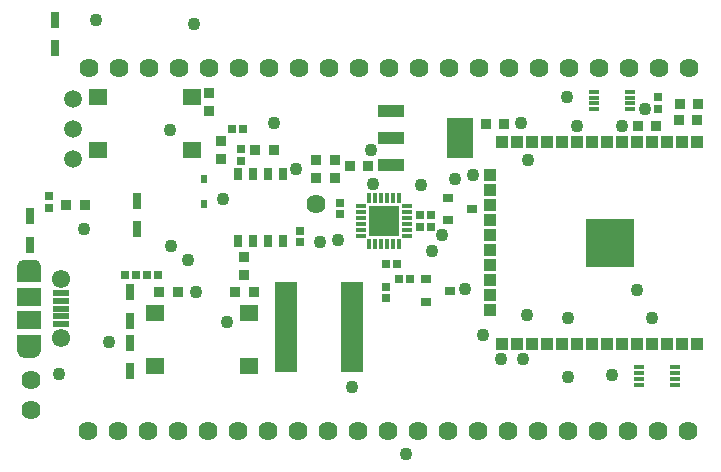
<source format=gts>
G04*
G04 #@! TF.GenerationSoftware,Altium Limited,Altium Designer,18.1.6 (161)*
G04*
G04 Layer_Color=8388736*
%FSAX44Y44*%
%MOMM*%
G71*
G01*
G75*
%ADD12C,0.6000*%
%ADD40R,1.4500X0.5000*%
%ADD41R,2.0000X1.6000*%
%ADD42R,1.6500X1.4000*%
%ADD43R,1.1000X1.0500*%
%ADD44R,1.0500X1.1000*%
%ADD45R,4.1000X4.1000*%
%ADD46R,0.9000X0.4000*%
%ADD47R,2.6500X2.6500*%
%ADD48O,0.9500X0.4000*%
%ADD49O,0.4000X0.9500*%
%ADD50R,0.7500X1.4500*%
%ADD51R,0.6500X1.1000*%
%ADD52R,2.2500X3.3500*%
%ADD53R,2.2500X1.1000*%
%ADD54R,0.6500X0.6500*%
%ADD55R,0.6500X0.6500*%
%ADD56R,0.9000X0.7000*%
%ADD57R,1.9000X7.6000*%
%ADD58R,0.5500X0.6900*%
%ADD59R,0.9000X0.9000*%
%ADD60R,0.9500X0.9500*%
%ADD61R,0.9500X0.9500*%
%ADD62C,1.5500*%
%ADD63C,1.6240*%
%ADD64C,1.5000*%
%ADD65C,1.1000*%
%ADD66C,0.6000*%
G36*
X00025098Y00121878D02*
X00025192Y00121849D01*
X00025279Y00121803D01*
X00025355Y00121740D01*
X00025418Y00121664D01*
X00025464Y00121577D01*
X00025493Y00121483D01*
X00025503Y00121385D01*
Y00108385D01*
X00025493Y00108287D01*
X00025464Y00108193D01*
X00025418Y00108106D01*
X00025355Y00108030D01*
X00025279Y00107967D01*
X00025192Y00107921D01*
X00025098Y00107892D01*
X00025000Y00107882D01*
X00020503D01*
Y00103385D01*
X00020493Y00103287D01*
X00020465Y00103193D01*
X00020418Y00103106D01*
X00020356Y00103030D01*
X00020280Y00102967D01*
X00020193Y00102921D01*
X00020098Y00102892D01*
X00020000Y00102883D01*
X00011000Y00102882D01*
X00011000D01*
D01*
X00010902Y00102892D01*
X00010808Y00102921D01*
X00010721Y00102967D01*
X00010645Y00103030D01*
X00010582Y00103106D01*
X00010536Y00103193D01*
X00010507Y00103287D01*
X00010498Y00103385D01*
Y00103385D01*
D01*
Y00107882D01*
X00006000D01*
X00005902Y00107892D01*
X00005808Y00107921D01*
X00005721Y00107967D01*
X00005645Y00108030D01*
X00005582Y00108106D01*
X00005536Y00108193D01*
X00005507Y00108287D01*
X00005498Y00108385D01*
Y00121385D01*
X00005507Y00121483D01*
X00005536Y00121577D01*
X00005582Y00121664D01*
X00005645Y00121740D01*
X00005721Y00121803D01*
X00005808Y00121849D01*
X00005902Y00121878D01*
X00006000Y00121887D01*
X00025000D01*
X00025098Y00121878D01*
D02*
G37*
G36*
X00020098Y00185878D02*
X00020192Y00185849D01*
X00020279Y00185803D01*
X00020355Y00185740D01*
X00020418Y00185664D01*
X00020464Y00185577D01*
X00020493Y00185483D01*
X00020503Y00185385D01*
Y00185385D01*
D01*
Y00180887D01*
X00025000D01*
X00025098Y00180878D01*
X00025192Y00180849D01*
X00025279Y00180803D01*
X00025355Y00180740D01*
X00025418Y00180664D01*
X00025464Y00180577D01*
X00025493Y00180483D01*
X00025503Y00180385D01*
Y00167385D01*
X00025493Y00167287D01*
X00025464Y00167193D01*
X00025418Y00167106D01*
X00025355Y00167030D01*
X00025279Y00166967D01*
X00025192Y00166921D01*
X00025098Y00166892D01*
X00025000Y00166882D01*
X00006000D01*
X00005902Y00166892D01*
X00005808Y00166921D01*
X00005721Y00166967D01*
X00005645Y00167030D01*
X00005582Y00167106D01*
X00005536Y00167193D01*
X00005507Y00167287D01*
X00005498Y00167385D01*
Y00180385D01*
X00005507Y00180483D01*
X00005536Y00180577D01*
X00005582Y00180664D01*
X00005645Y00180740D01*
X00005721Y00180803D01*
X00005808Y00180849D01*
X00005902Y00180878D01*
X00006000Y00180887D01*
X00010497D01*
Y00185385D01*
X00010507Y00185483D01*
X00010536Y00185577D01*
X00010582Y00185664D01*
X00010645Y00185740D01*
X00010721Y00185802D01*
X00010808Y00185849D01*
X00010902Y00185877D01*
X00011000Y00185887D01*
X00020000Y00185887D01*
X00020000D01*
D01*
X00020098Y00185878D01*
D02*
G37*
D12*
X00013500Y00180385D02*
G03*
X00013500Y00180385I-00002500J00000000D01*
G01*
X00022500D02*
G03*
X00022500Y00180385I-00002500J00000000D01*
G01*
X00022500Y00108385D02*
G03*
X00022500Y00108385I-00002500J00000000D01*
G01*
X00013500D02*
G03*
X00013500Y00108385I-00002500J00000000D01*
G01*
D40*
X00042500Y00157385D02*
D03*
Y00150885D02*
D03*
Y00144385D02*
D03*
Y00137885D02*
D03*
Y00131385D02*
D03*
D41*
X00015500Y00154385D02*
D03*
Y00134385D02*
D03*
D42*
X00153742Y00278887D02*
D03*
Y00323887D02*
D03*
X00074242Y00278887D02*
D03*
Y00323887D02*
D03*
X00122242Y00140565D02*
D03*
Y00095565D02*
D03*
X00201742Y00140565D02*
D03*
Y00095565D02*
D03*
D43*
X00581418Y00285750D02*
D03*
X00568718D02*
D03*
X00556018D02*
D03*
X00543318D02*
D03*
X00530618D02*
D03*
X00517918D02*
D03*
X00505218D02*
D03*
X00492518D02*
D03*
X00479818D02*
D03*
X00467118D02*
D03*
X00454418D02*
D03*
X00441718D02*
D03*
X00429018D02*
D03*
X00416318D02*
D03*
Y00114250D02*
D03*
X00429018D02*
D03*
X00441718D02*
D03*
X00454418D02*
D03*
X00467118D02*
D03*
X00479818D02*
D03*
X00492518D02*
D03*
X00505218D02*
D03*
X00517918D02*
D03*
X00530618D02*
D03*
X00543318D02*
D03*
X00556018D02*
D03*
X00568718D02*
D03*
X00581418D02*
D03*
D44*
X00405818Y00257150D02*
D03*
Y00244450D02*
D03*
Y00231750D02*
D03*
Y00219050D02*
D03*
Y00206350D02*
D03*
Y00193650D02*
D03*
Y00180950D02*
D03*
Y00168250D02*
D03*
Y00155550D02*
D03*
Y00142850D02*
D03*
D45*
X00507568Y00200000D02*
D03*
D46*
X00562568Y00080000D02*
D03*
Y00085000D02*
D03*
Y00090000D02*
D03*
Y00095000D02*
D03*
X00531568Y00080000D02*
D03*
Y00085000D02*
D03*
Y00090000D02*
D03*
Y00095000D02*
D03*
X00524500Y00313040D02*
D03*
Y00318040D02*
D03*
Y00323040D02*
D03*
Y00328040D02*
D03*
X00493500Y00313040D02*
D03*
Y00318040D02*
D03*
Y00323040D02*
D03*
Y00328040D02*
D03*
D47*
X00316000Y00218417D02*
D03*
D48*
X00335500Y00230917D02*
D03*
Y00225917D02*
D03*
Y00220917D02*
D03*
Y00215917D02*
D03*
Y00210917D02*
D03*
Y00205917D02*
D03*
X00296500D02*
D03*
Y00210917D02*
D03*
Y00215917D02*
D03*
Y00220917D02*
D03*
Y00225917D02*
D03*
Y00230917D02*
D03*
D49*
X00328500Y00198917D02*
D03*
X00323500D02*
D03*
X00318500D02*
D03*
X00313500D02*
D03*
X00308500D02*
D03*
X00303500D02*
D03*
Y00237917D02*
D03*
X00308500D02*
D03*
X00313500D02*
D03*
X00318500D02*
D03*
X00323500D02*
D03*
X00328500D02*
D03*
D50*
X00037310Y00389000D02*
D03*
Y00365000D02*
D03*
X00106568Y00211715D02*
D03*
Y00235714D02*
D03*
X00101260Y00091470D02*
D03*
Y00115470D02*
D03*
Y00133999D02*
D03*
Y00157999D02*
D03*
X00016300Y00198424D02*
D03*
Y00222425D02*
D03*
D51*
X00192518Y00201914D02*
D03*
X00205218D02*
D03*
X00217918D02*
D03*
X00230618D02*
D03*
X00192518Y00258414D02*
D03*
X00205218D02*
D03*
X00217918D02*
D03*
X00230618D02*
D03*
D52*
X00380818Y00289040D02*
D03*
D53*
X00322318Y00266040D02*
D03*
Y00289040D02*
D03*
Y00312040D02*
D03*
D54*
X00125060Y00172620D02*
D03*
X00115560D02*
D03*
X00096510D02*
D03*
X00106010D02*
D03*
X00327068Y00182000D02*
D03*
X00317568D02*
D03*
X00328362Y00169065D02*
D03*
X00337862D02*
D03*
X00355772Y00223715D02*
D03*
X00346272D02*
D03*
X00355772Y00213555D02*
D03*
X00346272D02*
D03*
X00196548Y00296565D02*
D03*
X00187048D02*
D03*
D55*
X00278568Y00234055D02*
D03*
Y00224555D02*
D03*
X00317543Y00162435D02*
D03*
Y00152935D02*
D03*
X00548348Y00313660D02*
D03*
Y00323160D02*
D03*
X00244568Y00200413D02*
D03*
Y00209914D02*
D03*
X00194798Y00269633D02*
D03*
Y00279133D02*
D03*
X00032810Y00229805D02*
D03*
Y00239305D02*
D03*
D56*
X00390478Y00228700D02*
D03*
X00370278Y00219200D02*
D03*
Y00238200D02*
D03*
X00351893Y00169065D02*
D03*
Y00150065D02*
D03*
X00372092Y00159565D02*
D03*
D57*
X00233000Y00129000D02*
D03*
X00289000D02*
D03*
D58*
X00163992Y00232797D02*
D03*
Y00253897D02*
D03*
D59*
X00063250Y00231805D02*
D03*
X00046750D02*
D03*
D60*
X00566543Y00317580D02*
D03*
X00582043D02*
D03*
X00565818Y00304088D02*
D03*
X00581318D02*
D03*
X00141318Y00158000D02*
D03*
X00125818D02*
D03*
X00546208Y00298630D02*
D03*
X00530708D02*
D03*
X00205798Y00158565D02*
D03*
X00190298D02*
D03*
X00207048Y00278565D02*
D03*
X00222548D02*
D03*
X00402238Y00300470D02*
D03*
X00417738D02*
D03*
X00302668Y00265330D02*
D03*
X00287168D02*
D03*
D61*
X00258268Y00254727D02*
D03*
Y00270226D02*
D03*
X00274778Y00254727D02*
D03*
Y00270226D02*
D03*
X00167992Y00327136D02*
D03*
Y00311637D02*
D03*
X00177798Y00270815D02*
D03*
Y00286315D02*
D03*
X00197798Y00188315D02*
D03*
Y00172815D02*
D03*
D62*
X00042500Y00119385D02*
D03*
Y00169385D02*
D03*
D63*
X00167168Y00040800D02*
D03*
X00141768D02*
D03*
X00065568D02*
D03*
X00116368D02*
D03*
X00090968D02*
D03*
X00243368D02*
D03*
X00268768D02*
D03*
X00217968D02*
D03*
X00192568D02*
D03*
X00294168D02*
D03*
X00319568D02*
D03*
X00370368D02*
D03*
X00344968D02*
D03*
X00548168D02*
D03*
X00573568D02*
D03*
X00522768D02*
D03*
X00497368D02*
D03*
X00395768D02*
D03*
X00421168D02*
D03*
X00471968D02*
D03*
X00446568D02*
D03*
X00167768Y00348000D02*
D03*
X00142368D02*
D03*
X00066168D02*
D03*
X00116968D02*
D03*
X00091568D02*
D03*
X00243968D02*
D03*
X00269368D02*
D03*
X00218568D02*
D03*
X00193168D02*
D03*
X00294768D02*
D03*
X00320168D02*
D03*
X00370968D02*
D03*
X00345568D02*
D03*
X00548768D02*
D03*
X00574168D02*
D03*
X00523368D02*
D03*
X00497968D02*
D03*
X00396368D02*
D03*
X00421768D02*
D03*
X00472568D02*
D03*
X00447168D02*
D03*
X00258568Y00233000D02*
D03*
X00017502Y00083549D02*
D03*
Y00058149D02*
D03*
D64*
X00052550Y00322187D02*
D03*
Y00271387D02*
D03*
Y00296786D02*
D03*
D65*
X00385000Y00161000D02*
D03*
X00375999Y00254000D02*
D03*
X00391594Y00257150D02*
D03*
X00183000Y00133056D02*
D03*
X00157256Y00158000D02*
D03*
X00179769Y00237000D02*
D03*
X00437369Y00139000D02*
D03*
X00277404Y00202000D02*
D03*
X00135000Y00295565D02*
D03*
X00222753Y00301065D02*
D03*
X00432000D02*
D03*
X00261802Y00201000D02*
D03*
X00434000Y00101674D02*
D03*
X00415102Y00101674D02*
D03*
X00471968Y00086000D02*
D03*
X00472232Y00136350D02*
D03*
X00518000Y00298640D02*
D03*
X00071914Y00389000D02*
D03*
X00155000Y00385000D02*
D03*
X00509000Y00088439D02*
D03*
X00334654Y00021000D02*
D03*
X00304999Y00278999D02*
D03*
X00241587Y00262477D02*
D03*
X00306999Y00249999D02*
D03*
X00061840Y00211715D02*
D03*
X00041005Y00089000D02*
D03*
X00471000Y00323390D02*
D03*
X00438286Y00270286D02*
D03*
X00542980Y00136000D02*
D03*
X00537000Y00313640D02*
D03*
X00083568Y00116000D02*
D03*
X00347608Y00248846D02*
D03*
X00356498Y00193093D02*
D03*
X00530618Y00160454D02*
D03*
X00365134Y00206555D02*
D03*
X00479818Y00299008D02*
D03*
X00399932Y00122100D02*
D03*
X00135712Y00197652D02*
D03*
X00288680Y00077650D02*
D03*
X00150283Y00185324D02*
D03*
D66*
X00310500Y00212917D02*
D03*
Y00223917D02*
D03*
X00321500Y00212917D02*
D03*
Y00223917D02*
D03*
M02*

</source>
